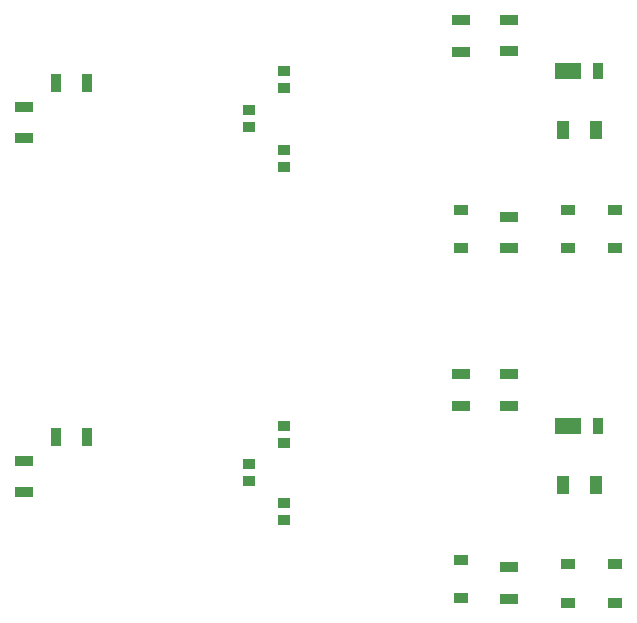
<source format=gtp>
G04*
G04 #@! TF.GenerationSoftware,Altium Limited,Altium Designer,23.1.1 (15)*
G04*
G04 Layer_Color=8421504*
%FSLAX42Y42*%
%MOMM*%
G71*
G04*
G04 #@! TF.SameCoordinates,2A6C1220-FB5B-44CC-9D41-84C089C77491*
G04*
G04*
G04 #@! TF.FilePolarity,Positive*
G04*
G01*
G75*
%ADD16R,1.10X1.65*%
%ADD17R,1.05X0.95*%
%ADD18R,1.55X0.90*%
%ADD19R,0.90X1.55*%
%ADD20R,1.22X0.91*%
%ADD21R,0.90X1.40*%
%ADD22R,2.20X1.40*%
D16*
X5742Y1300D02*
D03*
X5457D02*
D03*
X5742Y4300D02*
D03*
X5457D02*
D03*
D17*
X3100Y4800D02*
D03*
Y4655D02*
D03*
X2800Y4473D02*
D03*
Y4327D02*
D03*
X3100Y1800D02*
D03*
Y1655D02*
D03*
X2800Y1473D02*
D03*
Y1327D02*
D03*
X3100Y1000D02*
D03*
Y1145D02*
D03*
X3100Y3991D02*
D03*
Y4136D02*
D03*
D18*
X900Y4500D02*
D03*
Y4235D02*
D03*
Y1500D02*
D03*
Y1235D02*
D03*
X5000Y3565D02*
D03*
Y3300D02*
D03*
Y5233D02*
D03*
Y4968D02*
D03*
X4600Y5233D02*
D03*
Y4967D02*
D03*
X5000Y335D02*
D03*
Y600D02*
D03*
X4600Y1967D02*
D03*
Y2233D02*
D03*
X5000Y1968D02*
D03*
Y2233D02*
D03*
D19*
X1168Y4700D02*
D03*
X1433D02*
D03*
X1168Y1700D02*
D03*
X1433D02*
D03*
D20*
X4600Y3627D02*
D03*
Y3300D02*
D03*
X5500Y300D02*
D03*
Y627D02*
D03*
X5900D02*
D03*
Y300D02*
D03*
X4600Y337D02*
D03*
Y664D02*
D03*
X5900Y3627D02*
D03*
Y3300D02*
D03*
X5500D02*
D03*
Y3627D02*
D03*
D21*
X5761Y4804D02*
D03*
X5760Y1800D02*
D03*
D22*
X5506Y4804D02*
D03*
X5505Y1800D02*
D03*
M02*

</source>
